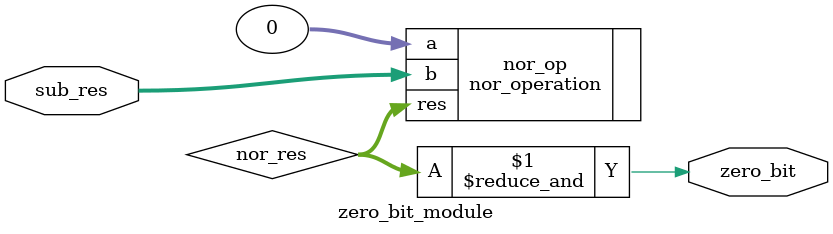
<source format=v>
module zero_bit_module(
	output zero_bit,
	input [31:0] sub_res
);

wire [31:0] nor_res, and_res;

nor_operation nor_op(
	.a(32'b0),
	.b(sub_res),
	.res(nor_res)
);

// sorry i could not find any other way to do this
assign zero_bit = &nor_res;

endmodule


</source>
